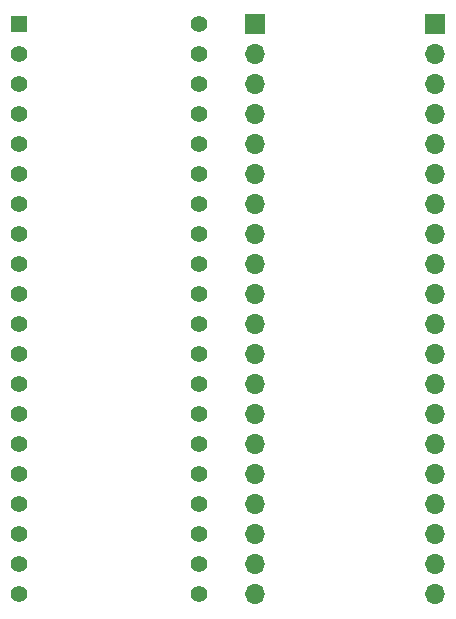
<source format=gts>
G04 #@! TF.GenerationSoftware,KiCad,Pcbnew,(5.1.10)-1*
G04 #@! TF.CreationDate,2022-12-28T22:20:52-05:00*
G04 #@! TF.ProjectId,CocoDvRelocator,436f636f-4476-4526-956c-6f6361746f72,rev?*
G04 #@! TF.SameCoordinates,Original*
G04 #@! TF.FileFunction,Soldermask,Top*
G04 #@! TF.FilePolarity,Negative*
%FSLAX46Y46*%
G04 Gerber Fmt 4.6, Leading zero omitted, Abs format (unit mm)*
G04 Created by KiCad (PCBNEW (5.1.10)-1) date 2022-12-28 22:20:52*
%MOMM*%
%LPD*%
G01*
G04 APERTURE LIST*
%ADD10C,1.397000*%
%ADD11R,1.397000X1.397000*%
%ADD12O,1.700000X1.700000*%
%ADD13R,1.700000X1.700000*%
G04 APERTURE END LIST*
D10*
X95240000Y-40000000D03*
X95240000Y-42540000D03*
X95240000Y-45080000D03*
X95240000Y-47620000D03*
X95240000Y-50160000D03*
X95240000Y-52700000D03*
X95240000Y-55240000D03*
X95240000Y-57780000D03*
X95240000Y-60320000D03*
X95240000Y-62860000D03*
X95240000Y-65400000D03*
X95240000Y-67940000D03*
X95240000Y-70480000D03*
X95240000Y-73020000D03*
X95240000Y-75560000D03*
X95240000Y-78100000D03*
X95240000Y-80640000D03*
X95240000Y-83180000D03*
X95240000Y-85720000D03*
X95240000Y-88260000D03*
X80000000Y-88260000D03*
X80000000Y-85720000D03*
X80000000Y-83180000D03*
X80000000Y-80640000D03*
X80000000Y-78100000D03*
X80000000Y-75560000D03*
X80000000Y-73020000D03*
X80000000Y-70480000D03*
X80000000Y-67940000D03*
X80000000Y-65400000D03*
X80000000Y-62860000D03*
X80000000Y-60320000D03*
X80000000Y-57780000D03*
X80000000Y-55240000D03*
X80000000Y-52700000D03*
X80000000Y-50160000D03*
X80000000Y-47620000D03*
X80000000Y-45080000D03*
X80000000Y-42540000D03*
D11*
X80000000Y-40000000D03*
D12*
X115240000Y-88260000D03*
X115240000Y-85720000D03*
X115240000Y-83180000D03*
X115240000Y-80640000D03*
X115240000Y-78100000D03*
X115240000Y-75560000D03*
X115240000Y-73020000D03*
X115240000Y-70480000D03*
X115240000Y-67940000D03*
X115240000Y-65400000D03*
X115240000Y-62860000D03*
X115240000Y-60320000D03*
X115240000Y-57780000D03*
X115240000Y-55240000D03*
X115240000Y-52700000D03*
X115240000Y-50160000D03*
X115240000Y-47620000D03*
X115240000Y-45080000D03*
X115240000Y-42540000D03*
D13*
X115240000Y-40000000D03*
D12*
X100000000Y-88260000D03*
X100000000Y-85720000D03*
X100000000Y-83180000D03*
X100000000Y-80640000D03*
X100000000Y-78100000D03*
X100000000Y-75560000D03*
X100000000Y-73020000D03*
X100000000Y-70480000D03*
X100000000Y-67940000D03*
X100000000Y-65400000D03*
X100000000Y-62860000D03*
X100000000Y-60320000D03*
X100000000Y-57780000D03*
X100000000Y-55240000D03*
X100000000Y-52700000D03*
X100000000Y-50160000D03*
X100000000Y-47620000D03*
X100000000Y-45080000D03*
X100000000Y-42540000D03*
D13*
X100000000Y-40000000D03*
M02*

</source>
